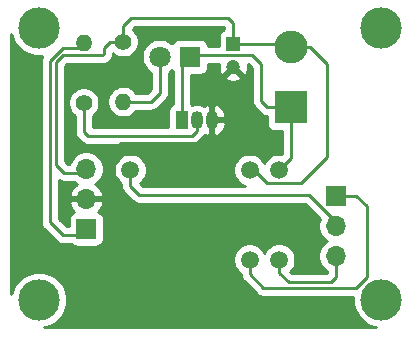
<source format=gbr>
%TF.GenerationSoftware,KiCad,Pcbnew,(5.1.12)-1*%
%TF.CreationDate,2023-08-26T19:42:54+05:30*%
%TF.ProjectId,SINGLE CHANNEL RELAY MODULE,53494e47-4c45-4204-9348-414e4e454c20,rev?*%
%TF.SameCoordinates,Original*%
%TF.FileFunction,Copper,L2,Bot*%
%TF.FilePolarity,Positive*%
%FSLAX46Y46*%
G04 Gerber Fmt 4.6, Leading zero omitted, Abs format (unit mm)*
G04 Created by KiCad (PCBNEW (5.1.12)-1) date 2023-08-26 19:42:54*
%MOMM*%
%LPD*%
G01*
G04 APERTURE LIST*
%TA.AperFunction,ComponentPad*%
%ADD10O,2.800000X2.800000*%
%TD*%
%TA.AperFunction,ComponentPad*%
%ADD11R,2.800000X2.800000*%
%TD*%
%TA.AperFunction,ComponentPad*%
%ADD12C,1.200000*%
%TD*%
%TA.AperFunction,ComponentPad*%
%ADD13R,1.200000X1.200000*%
%TD*%
%TA.AperFunction,ComponentPad*%
%ADD14O,1.400000X1.400000*%
%TD*%
%TA.AperFunction,ComponentPad*%
%ADD15C,1.400000*%
%TD*%
%TA.AperFunction,ComponentPad*%
%ADD16R,1.050000X1.500000*%
%TD*%
%TA.AperFunction,ComponentPad*%
%ADD17O,1.050000X1.500000*%
%TD*%
%TA.AperFunction,ComponentPad*%
%ADD18C,1.508000*%
%TD*%
%TA.AperFunction,ComponentPad*%
%ADD19O,1.700000X1.700000*%
%TD*%
%TA.AperFunction,ComponentPad*%
%ADD20R,1.700000X1.700000*%
%TD*%
%TA.AperFunction,ComponentPad*%
%ADD21C,1.800000*%
%TD*%
%TA.AperFunction,ComponentPad*%
%ADD22R,1.800000X1.800000*%
%TD*%
%TA.AperFunction,ViaPad*%
%ADD23C,3.500000*%
%TD*%
%TA.AperFunction,Conductor*%
%ADD24C,0.250000*%
%TD*%
%TA.AperFunction,Conductor*%
%ADD25C,0.254000*%
%TD*%
%TA.AperFunction,Conductor*%
%ADD26C,0.100000*%
%TD*%
G04 APERTURE END LIST*
D10*
%TO.P,D2,2*%
%TO.N,VCC*%
X162320000Y-77620000D03*
D11*
%TO.P,D2,1*%
%TO.N,Net-(D1-Pad1)*%
X162320000Y-82700000D03*
%TD*%
D12*
%TO.P,C1,2*%
%TO.N,Earth*%
X157460000Y-79310000D03*
D13*
%TO.P,C1,1*%
%TO.N,VCC*%
X157460000Y-77310000D03*
%TD*%
D14*
%TO.P,R2,2*%
%TO.N,Net-(J1-Pad1)*%
X144790000Y-77240000D03*
D15*
%TO.P,R2,1*%
%TO.N,Net-(Q1-Pad2)*%
X144790000Y-82320000D03*
%TD*%
D14*
%TO.P,R1,2*%
%TO.N,Net-(D1-Pad2)*%
X148130000Y-82220000D03*
D15*
%TO.P,R1,1*%
%TO.N,VCC*%
X148130000Y-77140000D03*
%TD*%
D16*
%TO.P,Q1,1*%
%TO.N,Net-(D1-Pad1)*%
X153100000Y-83770000D03*
D17*
%TO.P,Q1,3*%
%TO.N,Earth*%
X155640000Y-83770000D03*
%TO.P,Q1,2*%
%TO.N,Net-(Q1-Pad2)*%
X154370000Y-83770000D03*
%TD*%
D18*
%TO.P,K1,12*%
%TO.N,Net-(J2-Pad3)*%
X161330000Y-95610000D03*
%TO.P,K1,14*%
%TO.N,Net-(J2-Pad1)*%
X158830000Y-95610000D03*
%TO.P,K1,A1*%
%TO.N,Net-(D1-Pad1)*%
X161330000Y-88010000D03*
%TO.P,K1,A2*%
%TO.N,VCC*%
X158830000Y-88010000D03*
%TO.P,K1,11*%
%TO.N,Net-(J2-Pad2)*%
X148730000Y-88010000D03*
%TD*%
D19*
%TO.P,J2,3*%
%TO.N,Net-(J2-Pad3)*%
X166150000Y-95280000D03*
%TO.P,J2,2*%
%TO.N,Net-(J2-Pad2)*%
X166150000Y-92740000D03*
D20*
%TO.P,J2,1*%
%TO.N,Net-(J2-Pad1)*%
X166150000Y-90200000D03*
%TD*%
D19*
%TO.P,J1,3*%
%TO.N,VCC*%
X145000000Y-87920000D03*
%TO.P,J1,2*%
%TO.N,Earth*%
X145000000Y-90460000D03*
D20*
%TO.P,J1,1*%
%TO.N,Net-(J1-Pad1)*%
X145000000Y-93000000D03*
%TD*%
D21*
%TO.P,D1,2*%
%TO.N,Net-(D1-Pad2)*%
X151230000Y-78420000D03*
D22*
%TO.P,D1,1*%
%TO.N,Net-(D1-Pad1)*%
X153770000Y-78420000D03*
%TD*%
D23*
%TO.N,*%
X141000000Y-76000000D03*
X170000000Y-76000000D03*
X141000000Y-99000000D03*
X170000000Y-99000000D03*
%TD*%
D24*
%TO.N,Earth*%
X145000000Y-90460000D02*
X146240000Y-90460000D01*
X146240000Y-90460000D02*
X147210000Y-89490000D01*
X147210000Y-86430000D02*
X147950000Y-85690000D01*
X147210000Y-89490000D02*
X147210000Y-86430000D01*
X147950000Y-85690000D02*
X155300000Y-85690000D01*
X155640000Y-85350000D02*
X155640000Y-83770000D01*
X155300000Y-85690000D02*
X155640000Y-85350000D01*
%TO.N,VCC*%
X162010000Y-77310000D02*
X162320000Y-77620000D01*
X157460000Y-77310000D02*
X162010000Y-77310000D01*
X148130000Y-77140000D02*
X148130000Y-75830000D01*
X148130000Y-75830000D02*
X148780000Y-75180000D01*
X148780000Y-75180000D02*
X157040000Y-75180000D01*
X157460000Y-75600000D02*
X157460000Y-77310000D01*
X157040000Y-75180000D02*
X157460000Y-75600000D01*
X163970000Y-77620000D02*
X162320000Y-77620000D01*
X165360000Y-86950000D02*
X165360000Y-79010000D01*
X163160000Y-89150000D02*
X165360000Y-86950000D01*
X160330000Y-89150000D02*
X163160000Y-89150000D01*
X165360000Y-79010000D02*
X163970000Y-77620000D01*
X159190000Y-88010000D02*
X160330000Y-89150000D01*
X158830000Y-88010000D02*
X159190000Y-88010000D01*
X144680000Y-88240000D02*
X145000000Y-87920000D01*
X143130000Y-88240000D02*
X144680000Y-88240000D01*
X142470000Y-87580000D02*
X143130000Y-88240000D01*
X142470000Y-78900000D02*
X142470000Y-87580000D01*
X146370000Y-78310000D02*
X143060000Y-78310000D01*
X143060000Y-78310000D02*
X142470000Y-78900000D01*
X146480000Y-78200000D02*
X146370000Y-78310000D01*
X146480000Y-77640000D02*
X146480000Y-78200000D01*
X146980000Y-77140000D02*
X146480000Y-77640000D01*
X148130000Y-77140000D02*
X146980000Y-77140000D01*
%TO.N,Net-(D1-Pad2)*%
X151080000Y-78270000D02*
X151230000Y-78420000D01*
X148130000Y-82220000D02*
X150500000Y-82220000D01*
X151230000Y-81490000D02*
X151230000Y-78420000D01*
X150500000Y-82220000D02*
X151230000Y-81490000D01*
%TO.N,Net-(D1-Pad1)*%
X153100000Y-79090000D02*
X153770000Y-78420000D01*
X153100000Y-83770000D02*
X153100000Y-79090000D01*
X159035001Y-78235001D02*
X153954999Y-78235001D01*
X159820000Y-79020000D02*
X159035001Y-78235001D01*
X159820000Y-82170000D02*
X159820000Y-79020000D01*
X160350000Y-82700000D02*
X159820000Y-82170000D01*
X153954999Y-78235001D02*
X153770000Y-78420000D01*
X162320000Y-82700000D02*
X160350000Y-82700000D01*
X162320000Y-87020000D02*
X162320000Y-82700000D01*
X161330000Y-88010000D02*
X162320000Y-87020000D01*
%TO.N,Net-(J1-Pad1)*%
X144450000Y-93550000D02*
X145000000Y-93000000D01*
X143030000Y-93550000D02*
X144450000Y-93550000D01*
X141920000Y-92440000D02*
X143030000Y-93550000D01*
X141920000Y-78810000D02*
X141920000Y-92440000D01*
X143050000Y-77680000D02*
X141920000Y-78810000D01*
X144350000Y-77680000D02*
X143050000Y-77680000D01*
X144790000Y-77240000D02*
X144350000Y-77680000D01*
%TO.N,Net-(J2-Pad3)*%
X161330000Y-95610000D02*
X161330000Y-96730000D01*
X161330000Y-96730000D02*
X162130000Y-97530000D01*
X162130000Y-97530000D02*
X165700000Y-97530000D01*
X166150000Y-97080000D02*
X166150000Y-95280000D01*
X165700000Y-97530000D02*
X166150000Y-97080000D01*
%TO.N,Net-(J2-Pad2)*%
X166150000Y-92390000D02*
X166150000Y-92740000D01*
X163870000Y-90110000D02*
X166150000Y-92390000D01*
X149480000Y-90110000D02*
X163870000Y-90110000D01*
X148730000Y-89360000D02*
X149480000Y-90110000D01*
X148730000Y-88010000D02*
X148730000Y-89360000D01*
%TO.N,Net-(J2-Pad1)*%
X158830000Y-95610000D02*
X158830000Y-96850000D01*
X159983999Y-98003999D02*
X167836001Y-98003999D01*
X158830000Y-96850000D02*
X159983999Y-98003999D01*
X167836001Y-98003999D02*
X168750000Y-97090000D01*
X168750000Y-97090000D02*
X168750000Y-91080000D01*
X167870000Y-90200000D02*
X166150000Y-90200000D01*
X168750000Y-91080000D02*
X167870000Y-90200000D01*
%TO.N,Net-(Q1-Pad2)*%
X154370000Y-84360002D02*
X154370000Y-83770000D01*
X145120000Y-85120000D02*
X144790000Y-84790000D01*
X153920000Y-85120000D02*
X145120000Y-85120000D01*
X154370000Y-84670000D02*
X153920000Y-85120000D01*
X144790000Y-84790000D02*
X144790000Y-82320000D01*
X154370000Y-83770000D02*
X154370000Y-84670000D01*
%TD*%
D25*
%TO.N,Earth*%
X156700000Y-76094962D02*
X156615820Y-76120498D01*
X156505506Y-76179463D01*
X156408815Y-76258815D01*
X156329463Y-76355506D01*
X156270498Y-76465820D01*
X156234188Y-76585518D01*
X156221928Y-76710000D01*
X156221928Y-77475001D01*
X155303640Y-77475001D01*
X155295812Y-77395518D01*
X155259502Y-77275820D01*
X155200537Y-77165506D01*
X155121185Y-77068815D01*
X155024494Y-76989463D01*
X154914180Y-76930498D01*
X154794482Y-76894188D01*
X154670000Y-76881928D01*
X152870000Y-76881928D01*
X152745518Y-76894188D01*
X152625820Y-76930498D01*
X152515506Y-76989463D01*
X152418815Y-77068815D01*
X152339463Y-77165506D01*
X152280498Y-77275820D01*
X152274944Y-77294127D01*
X152208505Y-77227688D01*
X151957095Y-77059701D01*
X151677743Y-76943989D01*
X151381184Y-76885000D01*
X151078816Y-76885000D01*
X150782257Y-76943989D01*
X150502905Y-77059701D01*
X150251495Y-77227688D01*
X150037688Y-77441495D01*
X149869701Y-77692905D01*
X149753989Y-77972257D01*
X149695000Y-78268816D01*
X149695000Y-78571184D01*
X149753989Y-78867743D01*
X149869701Y-79147095D01*
X150037688Y-79398505D01*
X150251495Y-79612312D01*
X150470001Y-79758313D01*
X150470000Y-81175198D01*
X150185199Y-81460000D01*
X149227775Y-81460000D01*
X149166962Y-81368987D01*
X148981013Y-81183038D01*
X148762359Y-81036939D01*
X148519405Y-80936304D01*
X148261486Y-80885000D01*
X147998514Y-80885000D01*
X147740595Y-80936304D01*
X147497641Y-81036939D01*
X147278987Y-81183038D01*
X147093038Y-81368987D01*
X146946939Y-81587641D01*
X146846304Y-81830595D01*
X146795000Y-82088514D01*
X146795000Y-82351486D01*
X146846304Y-82609405D01*
X146946939Y-82852359D01*
X147093038Y-83071013D01*
X147278987Y-83256962D01*
X147497641Y-83403061D01*
X147740595Y-83503696D01*
X147998514Y-83555000D01*
X148261486Y-83555000D01*
X148519405Y-83503696D01*
X148762359Y-83403061D01*
X148981013Y-83256962D01*
X149166962Y-83071013D01*
X149227775Y-82980000D01*
X150462678Y-82980000D01*
X150500000Y-82983676D01*
X150537322Y-82980000D01*
X150537333Y-82980000D01*
X150648986Y-82969003D01*
X150792247Y-82925546D01*
X150924276Y-82854974D01*
X151040001Y-82760001D01*
X151063803Y-82730998D01*
X151741004Y-82053798D01*
X151770001Y-82030001D01*
X151846881Y-81936323D01*
X151864974Y-81914277D01*
X151935546Y-81782247D01*
X151957765Y-81708998D01*
X151979003Y-81638986D01*
X151990000Y-81527333D01*
X151990000Y-81527323D01*
X151993676Y-81490000D01*
X151990000Y-81452677D01*
X151990000Y-79758313D01*
X152208505Y-79612312D01*
X152274944Y-79545873D01*
X152280498Y-79564180D01*
X152339463Y-79674494D01*
X152340001Y-79675149D01*
X152340000Y-82427713D01*
X152330820Y-82430498D01*
X152220506Y-82489463D01*
X152123815Y-82568815D01*
X152044463Y-82665506D01*
X151985498Y-82775820D01*
X151949188Y-82895518D01*
X151936928Y-83020000D01*
X151936928Y-84360000D01*
X145550000Y-84360000D01*
X145550000Y-83417775D01*
X145641013Y-83356962D01*
X145826962Y-83171013D01*
X145973061Y-82952359D01*
X146073696Y-82709405D01*
X146125000Y-82451486D01*
X146125000Y-82188514D01*
X146073696Y-81930595D01*
X145973061Y-81687641D01*
X145826962Y-81468987D01*
X145641013Y-81283038D01*
X145422359Y-81136939D01*
X145179405Y-81036304D01*
X144921486Y-80985000D01*
X144658514Y-80985000D01*
X144400595Y-81036304D01*
X144157641Y-81136939D01*
X143938987Y-81283038D01*
X143753038Y-81468987D01*
X143606939Y-81687641D01*
X143506304Y-81930595D01*
X143455000Y-82188514D01*
X143455000Y-82451486D01*
X143506304Y-82709405D01*
X143606939Y-82952359D01*
X143753038Y-83171013D01*
X143938987Y-83356962D01*
X144030001Y-83417775D01*
X144030000Y-84752677D01*
X144026324Y-84790000D01*
X144030000Y-84827322D01*
X144030000Y-84827332D01*
X144040997Y-84938985D01*
X144079389Y-85065548D01*
X144084454Y-85082246D01*
X144155026Y-85214276D01*
X144194871Y-85262826D01*
X144249999Y-85330001D01*
X144279002Y-85353803D01*
X144556200Y-85631002D01*
X144579999Y-85660001D01*
X144695724Y-85754974D01*
X144827753Y-85825546D01*
X144971014Y-85869003D01*
X145082667Y-85880000D01*
X145082676Y-85880000D01*
X145119999Y-85883676D01*
X145157322Y-85880000D01*
X153882678Y-85880000D01*
X153920000Y-85883676D01*
X153957322Y-85880000D01*
X153957333Y-85880000D01*
X154068986Y-85869003D01*
X154212247Y-85825546D01*
X154344276Y-85754974D01*
X154460001Y-85660001D01*
X154483804Y-85630997D01*
X154880997Y-85233804D01*
X154910001Y-85210001D01*
X154983864Y-85119999D01*
X155004974Y-85094277D01*
X155052722Y-85004947D01*
X155063118Y-85012275D01*
X155272663Y-85105272D01*
X155334190Y-85113964D01*
X155513000Y-84988163D01*
X155513000Y-84223108D01*
X155513215Y-84222399D01*
X155530000Y-84051978D01*
X155530000Y-83897000D01*
X155767000Y-83897000D01*
X155767000Y-84988163D01*
X155945810Y-85113964D01*
X156007337Y-85105272D01*
X156216882Y-85012275D01*
X156404258Y-84880184D01*
X156562264Y-84714076D01*
X156684828Y-84520334D01*
X156767239Y-84306404D01*
X156806331Y-84080507D01*
X156646598Y-83897000D01*
X155767000Y-83897000D01*
X155530000Y-83897000D01*
X155530000Y-83488021D01*
X155513215Y-83317600D01*
X155513000Y-83316891D01*
X155513000Y-82551837D01*
X155767000Y-82551837D01*
X155767000Y-83643000D01*
X156646598Y-83643000D01*
X156806331Y-83459493D01*
X156767239Y-83233596D01*
X156684828Y-83019666D01*
X156562264Y-82825924D01*
X156404258Y-82659816D01*
X156216882Y-82527725D01*
X156007337Y-82434728D01*
X155945810Y-82426036D01*
X155767000Y-82551837D01*
X155513000Y-82551837D01*
X155334190Y-82426036D01*
X155272663Y-82434728D01*
X155063118Y-82527725D01*
X155004669Y-82568929D01*
X154816059Y-82468115D01*
X154597399Y-82401785D01*
X154370000Y-82379388D01*
X154142600Y-82401785D01*
X153933902Y-82465093D01*
X153869180Y-82430498D01*
X153860000Y-82427713D01*
X153860000Y-80159764D01*
X156789841Y-80159764D01*
X156837148Y-80383348D01*
X157058516Y-80484237D01*
X157295313Y-80540000D01*
X157538438Y-80548495D01*
X157778549Y-80509395D01*
X158006418Y-80424202D01*
X158082852Y-80383348D01*
X158130159Y-80159764D01*
X157460000Y-79489605D01*
X156789841Y-80159764D01*
X153860000Y-80159764D01*
X153860000Y-79958072D01*
X154670000Y-79958072D01*
X154794482Y-79945812D01*
X154914180Y-79909502D01*
X155024494Y-79850537D01*
X155121185Y-79771185D01*
X155200537Y-79674494D01*
X155259502Y-79564180D01*
X155295812Y-79444482D01*
X155308072Y-79320000D01*
X155308072Y-78995001D01*
X156265397Y-78995001D01*
X156230000Y-79145313D01*
X156221505Y-79388438D01*
X156260605Y-79628549D01*
X156345798Y-79856418D01*
X156386652Y-79932852D01*
X156610236Y-79980159D01*
X157280395Y-79310000D01*
X157266253Y-79295858D01*
X157445858Y-79116253D01*
X157460000Y-79130395D01*
X157474143Y-79116253D01*
X157653748Y-79295858D01*
X157639605Y-79310000D01*
X158309764Y-79980159D01*
X158533348Y-79932852D01*
X158634237Y-79711484D01*
X158690000Y-79474687D01*
X158698495Y-79231562D01*
X158659973Y-78995001D01*
X158720200Y-78995001D01*
X159060001Y-79334803D01*
X159060000Y-82132677D01*
X159056324Y-82170000D01*
X159060000Y-82207322D01*
X159060000Y-82207332D01*
X159070997Y-82318985D01*
X159096114Y-82401785D01*
X159114454Y-82462246D01*
X159185026Y-82594276D01*
X159224871Y-82642826D01*
X159279999Y-82710001D01*
X159309002Y-82733803D01*
X159786200Y-83211002D01*
X159809999Y-83240001D01*
X159925724Y-83334974D01*
X160057753Y-83405546D01*
X160201014Y-83449003D01*
X160281928Y-83456972D01*
X160281928Y-84100000D01*
X160294188Y-84224482D01*
X160330498Y-84344180D01*
X160389463Y-84454494D01*
X160468815Y-84551185D01*
X160565506Y-84630537D01*
X160675820Y-84689502D01*
X160795518Y-84725812D01*
X160920000Y-84738072D01*
X161560001Y-84738072D01*
X161560000Y-86639538D01*
X161466805Y-86621000D01*
X161193195Y-86621000D01*
X160924844Y-86674378D01*
X160672062Y-86779084D01*
X160444564Y-86931093D01*
X160251093Y-87124564D01*
X160099084Y-87352062D01*
X160080000Y-87398135D01*
X160060916Y-87352062D01*
X159908907Y-87124564D01*
X159715436Y-86931093D01*
X159487938Y-86779084D01*
X159235156Y-86674378D01*
X158966805Y-86621000D01*
X158693195Y-86621000D01*
X158424844Y-86674378D01*
X158172062Y-86779084D01*
X157944564Y-86931093D01*
X157751093Y-87124564D01*
X157599084Y-87352062D01*
X157494378Y-87604844D01*
X157441000Y-87873195D01*
X157441000Y-88146805D01*
X157494378Y-88415156D01*
X157599084Y-88667938D01*
X157751093Y-88895436D01*
X157944564Y-89088907D01*
X158172062Y-89240916D01*
X158424844Y-89345622D01*
X158446854Y-89350000D01*
X149794802Y-89350000D01*
X149566444Y-89121642D01*
X149615436Y-89088907D01*
X149808907Y-88895436D01*
X149960916Y-88667938D01*
X150065622Y-88415156D01*
X150119000Y-88146805D01*
X150119000Y-87873195D01*
X150065622Y-87604844D01*
X149960916Y-87352062D01*
X149808907Y-87124564D01*
X149615436Y-86931093D01*
X149387938Y-86779084D01*
X149135156Y-86674378D01*
X148866805Y-86621000D01*
X148593195Y-86621000D01*
X148324844Y-86674378D01*
X148072062Y-86779084D01*
X147844564Y-86931093D01*
X147651093Y-87124564D01*
X147499084Y-87352062D01*
X147394378Y-87604844D01*
X147341000Y-87873195D01*
X147341000Y-88146805D01*
X147394378Y-88415156D01*
X147499084Y-88667938D01*
X147651093Y-88895436D01*
X147844564Y-89088907D01*
X147970001Y-89172721D01*
X147970001Y-89322668D01*
X147966324Y-89360000D01*
X147980998Y-89508985D01*
X148024454Y-89652246D01*
X148095026Y-89784276D01*
X148166201Y-89871002D01*
X148190000Y-89900001D01*
X148218998Y-89923799D01*
X148916201Y-90621002D01*
X148939999Y-90650001D01*
X149055724Y-90744974D01*
X149187753Y-90815546D01*
X149331014Y-90859003D01*
X149442667Y-90870000D01*
X149442676Y-90870000D01*
X149479999Y-90873676D01*
X149517322Y-90870000D01*
X163555199Y-90870000D01*
X164801141Y-92115942D01*
X164722068Y-92306842D01*
X164665000Y-92593740D01*
X164665000Y-92886260D01*
X164722068Y-93173158D01*
X164834010Y-93443411D01*
X164996525Y-93686632D01*
X165203368Y-93893475D01*
X165377760Y-94010000D01*
X165203368Y-94126525D01*
X164996525Y-94333368D01*
X164834010Y-94576589D01*
X164722068Y-94846842D01*
X164665000Y-95133740D01*
X164665000Y-95426260D01*
X164722068Y-95713158D01*
X164834010Y-95983411D01*
X164996525Y-96226632D01*
X165203368Y-96433475D01*
X165390000Y-96558179D01*
X165390000Y-96765199D01*
X165385199Y-96770000D01*
X162444802Y-96770000D01*
X162289572Y-96614771D01*
X162408907Y-96495436D01*
X162560916Y-96267938D01*
X162665622Y-96015156D01*
X162719000Y-95746805D01*
X162719000Y-95473195D01*
X162665622Y-95204844D01*
X162560916Y-94952062D01*
X162408907Y-94724564D01*
X162215436Y-94531093D01*
X161987938Y-94379084D01*
X161735156Y-94274378D01*
X161466805Y-94221000D01*
X161193195Y-94221000D01*
X160924844Y-94274378D01*
X160672062Y-94379084D01*
X160444564Y-94531093D01*
X160251093Y-94724564D01*
X160099084Y-94952062D01*
X160080000Y-94998135D01*
X160060916Y-94952062D01*
X159908907Y-94724564D01*
X159715436Y-94531093D01*
X159487938Y-94379084D01*
X159235156Y-94274378D01*
X158966805Y-94221000D01*
X158693195Y-94221000D01*
X158424844Y-94274378D01*
X158172062Y-94379084D01*
X157944564Y-94531093D01*
X157751093Y-94724564D01*
X157599084Y-94952062D01*
X157494378Y-95204844D01*
X157441000Y-95473195D01*
X157441000Y-95746805D01*
X157494378Y-96015156D01*
X157599084Y-96267938D01*
X157751093Y-96495436D01*
X157944564Y-96688907D01*
X158070001Y-96772721D01*
X158070001Y-96812668D01*
X158066324Y-96850000D01*
X158070001Y-96887333D01*
X158080998Y-96998986D01*
X158088054Y-97022246D01*
X158124454Y-97142246D01*
X158195026Y-97274276D01*
X158266201Y-97361002D01*
X158290000Y-97390001D01*
X158318998Y-97413799D01*
X159420200Y-98515002D01*
X159443998Y-98544000D01*
X159472996Y-98567798D01*
X159559722Y-98638973D01*
X159691752Y-98709545D01*
X159835013Y-98753002D01*
X159946666Y-98763999D01*
X159946675Y-98763999D01*
X159983998Y-98767675D01*
X160021321Y-98763999D01*
X167615219Y-98763999D01*
X167615000Y-98765098D01*
X167615000Y-99234902D01*
X167706654Y-99695679D01*
X167886440Y-100129721D01*
X168147450Y-100520349D01*
X168479651Y-100852550D01*
X168870279Y-101113560D01*
X169304321Y-101293346D01*
X169538867Y-101340000D01*
X141461133Y-101340000D01*
X141695679Y-101293346D01*
X142129721Y-101113560D01*
X142520349Y-100852550D01*
X142852550Y-100520349D01*
X143113560Y-100129721D01*
X143293346Y-99695679D01*
X143385000Y-99234902D01*
X143385000Y-98765098D01*
X143293346Y-98304321D01*
X143113560Y-97870279D01*
X142852550Y-97479651D01*
X142520349Y-97147450D01*
X142129721Y-96886440D01*
X141695679Y-96706654D01*
X141234902Y-96615000D01*
X140765098Y-96615000D01*
X140304321Y-96706654D01*
X139870279Y-96886440D01*
X139479651Y-97147450D01*
X139147450Y-97479651D01*
X138886440Y-97870279D01*
X138706654Y-98304321D01*
X138660000Y-98538867D01*
X138660000Y-76461133D01*
X138706654Y-76695679D01*
X138886440Y-77129721D01*
X139147450Y-77520349D01*
X139479651Y-77852550D01*
X139870279Y-78113560D01*
X140304321Y-78293346D01*
X140765098Y-78385000D01*
X141234902Y-78385000D01*
X141295515Y-78372943D01*
X141285026Y-78385724D01*
X141228088Y-78492247D01*
X141214454Y-78517754D01*
X141170997Y-78661015D01*
X141160000Y-78772668D01*
X141160000Y-78772678D01*
X141156324Y-78810000D01*
X141160000Y-78847322D01*
X141160001Y-92402668D01*
X141156324Y-92440000D01*
X141170998Y-92588985D01*
X141214454Y-92732246D01*
X141285026Y-92864276D01*
X141326676Y-92915026D01*
X141380000Y-92980001D01*
X141408998Y-93003799D01*
X142466201Y-94061003D01*
X142489999Y-94090001D01*
X142518997Y-94113799D01*
X142605723Y-94184974D01*
X142680606Y-94225000D01*
X142737753Y-94255546D01*
X142881014Y-94299003D01*
X142992667Y-94310000D01*
X142992676Y-94310000D01*
X143029999Y-94313676D01*
X143067322Y-94310000D01*
X143709556Y-94310000D01*
X143795506Y-94380537D01*
X143905820Y-94439502D01*
X144025518Y-94475812D01*
X144150000Y-94488072D01*
X145850000Y-94488072D01*
X145974482Y-94475812D01*
X146094180Y-94439502D01*
X146204494Y-94380537D01*
X146301185Y-94301185D01*
X146380537Y-94204494D01*
X146439502Y-94094180D01*
X146475812Y-93974482D01*
X146488072Y-93850000D01*
X146488072Y-92150000D01*
X146475812Y-92025518D01*
X146439502Y-91905820D01*
X146380537Y-91795506D01*
X146301185Y-91698815D01*
X146204494Y-91619463D01*
X146094180Y-91560498D01*
X146013534Y-91536034D01*
X146097588Y-91460269D01*
X146271641Y-91226920D01*
X146396825Y-90964099D01*
X146441476Y-90816890D01*
X146320155Y-90587000D01*
X145127000Y-90587000D01*
X145127000Y-90607000D01*
X144873000Y-90607000D01*
X144873000Y-90587000D01*
X143679845Y-90587000D01*
X143558524Y-90816890D01*
X143603175Y-90964099D01*
X143728359Y-91226920D01*
X143902412Y-91460269D01*
X143986466Y-91536034D01*
X143905820Y-91560498D01*
X143795506Y-91619463D01*
X143698815Y-91698815D01*
X143619463Y-91795506D01*
X143560498Y-91905820D01*
X143524188Y-92025518D01*
X143511928Y-92150000D01*
X143511928Y-92790000D01*
X143344802Y-92790000D01*
X142680000Y-92125199D01*
X142680000Y-88853863D01*
X142705723Y-88874974D01*
X142837753Y-88945546D01*
X142981014Y-88989003D01*
X143092667Y-89000000D01*
X143092677Y-89000000D01*
X143130000Y-89003676D01*
X143167323Y-89000000D01*
X143979893Y-89000000D01*
X144053368Y-89073475D01*
X144235534Y-89195195D01*
X144118645Y-89264822D01*
X143902412Y-89459731D01*
X143728359Y-89693080D01*
X143603175Y-89955901D01*
X143558524Y-90103110D01*
X143679845Y-90333000D01*
X144873000Y-90333000D01*
X144873000Y-90313000D01*
X145127000Y-90313000D01*
X145127000Y-90333000D01*
X146320155Y-90333000D01*
X146441476Y-90103110D01*
X146396825Y-89955901D01*
X146271641Y-89693080D01*
X146097588Y-89459731D01*
X145881355Y-89264822D01*
X145764466Y-89195195D01*
X145946632Y-89073475D01*
X146153475Y-88866632D01*
X146315990Y-88623411D01*
X146427932Y-88353158D01*
X146485000Y-88066260D01*
X146485000Y-87773740D01*
X146427932Y-87486842D01*
X146315990Y-87216589D01*
X146153475Y-86973368D01*
X145946632Y-86766525D01*
X145703411Y-86604010D01*
X145433158Y-86492068D01*
X145146260Y-86435000D01*
X144853740Y-86435000D01*
X144566842Y-86492068D01*
X144296589Y-86604010D01*
X144053368Y-86766525D01*
X143846525Y-86973368D01*
X143684010Y-87216589D01*
X143574902Y-87480000D01*
X143444802Y-87480000D01*
X143230000Y-87265199D01*
X143230000Y-79214801D01*
X143374802Y-79070000D01*
X146332678Y-79070000D01*
X146370000Y-79073676D01*
X146407322Y-79070000D01*
X146407333Y-79070000D01*
X146518986Y-79059003D01*
X146662247Y-79015546D01*
X146794276Y-78944974D01*
X146910001Y-78850001D01*
X146933802Y-78820999D01*
X146991001Y-78763801D01*
X147020001Y-78740001D01*
X147114974Y-78624276D01*
X147185546Y-78492247D01*
X147229003Y-78348986D01*
X147240000Y-78237333D01*
X147240000Y-78237323D01*
X147243676Y-78200001D01*
X147240000Y-78162678D01*
X147240000Y-78137975D01*
X147278987Y-78176962D01*
X147497641Y-78323061D01*
X147740595Y-78423696D01*
X147998514Y-78475000D01*
X148261486Y-78475000D01*
X148519405Y-78423696D01*
X148762359Y-78323061D01*
X148981013Y-78176962D01*
X149166962Y-77991013D01*
X149313061Y-77772359D01*
X149413696Y-77529405D01*
X149465000Y-77271486D01*
X149465000Y-77008514D01*
X149413696Y-76750595D01*
X149313061Y-76507641D01*
X149166962Y-76288987D01*
X148981013Y-76103038D01*
X148951490Y-76083311D01*
X149094802Y-75940000D01*
X156700000Y-75940000D01*
X156700000Y-76094962D01*
%TA.AperFunction,Conductor*%
D26*
G36*
X156700000Y-76094962D02*
G01*
X156615820Y-76120498D01*
X156505506Y-76179463D01*
X156408815Y-76258815D01*
X156329463Y-76355506D01*
X156270498Y-76465820D01*
X156234188Y-76585518D01*
X156221928Y-76710000D01*
X156221928Y-77475001D01*
X155303640Y-77475001D01*
X155295812Y-77395518D01*
X155259502Y-77275820D01*
X155200537Y-77165506D01*
X155121185Y-77068815D01*
X155024494Y-76989463D01*
X154914180Y-76930498D01*
X154794482Y-76894188D01*
X154670000Y-76881928D01*
X152870000Y-76881928D01*
X152745518Y-76894188D01*
X152625820Y-76930498D01*
X152515506Y-76989463D01*
X152418815Y-77068815D01*
X152339463Y-77165506D01*
X152280498Y-77275820D01*
X152274944Y-77294127D01*
X152208505Y-77227688D01*
X151957095Y-77059701D01*
X151677743Y-76943989D01*
X151381184Y-76885000D01*
X151078816Y-76885000D01*
X150782257Y-76943989D01*
X150502905Y-77059701D01*
X150251495Y-77227688D01*
X150037688Y-77441495D01*
X149869701Y-77692905D01*
X149753989Y-77972257D01*
X149695000Y-78268816D01*
X149695000Y-78571184D01*
X149753989Y-78867743D01*
X149869701Y-79147095D01*
X150037688Y-79398505D01*
X150251495Y-79612312D01*
X150470001Y-79758313D01*
X150470000Y-81175198D01*
X150185199Y-81460000D01*
X149227775Y-81460000D01*
X149166962Y-81368987D01*
X148981013Y-81183038D01*
X148762359Y-81036939D01*
X148519405Y-80936304D01*
X148261486Y-80885000D01*
X147998514Y-80885000D01*
X147740595Y-80936304D01*
X147497641Y-81036939D01*
X147278987Y-81183038D01*
X147093038Y-81368987D01*
X146946939Y-81587641D01*
X146846304Y-81830595D01*
X146795000Y-82088514D01*
X146795000Y-82351486D01*
X146846304Y-82609405D01*
X146946939Y-82852359D01*
X147093038Y-83071013D01*
X147278987Y-83256962D01*
X147497641Y-83403061D01*
X147740595Y-83503696D01*
X147998514Y-83555000D01*
X148261486Y-83555000D01*
X148519405Y-83503696D01*
X148762359Y-83403061D01*
X148981013Y-83256962D01*
X149166962Y-83071013D01*
X149227775Y-82980000D01*
X150462678Y-82980000D01*
X150500000Y-82983676D01*
X150537322Y-82980000D01*
X150537333Y-82980000D01*
X150648986Y-82969003D01*
X150792247Y-82925546D01*
X150924276Y-82854974D01*
X151040001Y-82760001D01*
X151063803Y-82730998D01*
X151741004Y-82053798D01*
X151770001Y-82030001D01*
X151846881Y-81936323D01*
X151864974Y-81914277D01*
X151935546Y-81782247D01*
X151957765Y-81708998D01*
X151979003Y-81638986D01*
X151990000Y-81527333D01*
X151990000Y-81527323D01*
X151993676Y-81490000D01*
X151990000Y-81452677D01*
X151990000Y-79758313D01*
X152208505Y-79612312D01*
X152274944Y-79545873D01*
X152280498Y-79564180D01*
X152339463Y-79674494D01*
X152340001Y-79675149D01*
X152340000Y-82427713D01*
X152330820Y-82430498D01*
X152220506Y-82489463D01*
X152123815Y-82568815D01*
X152044463Y-82665506D01*
X151985498Y-82775820D01*
X151949188Y-82895518D01*
X151936928Y-83020000D01*
X151936928Y-84360000D01*
X145550000Y-84360000D01*
X145550000Y-83417775D01*
X145641013Y-83356962D01*
X145826962Y-83171013D01*
X145973061Y-82952359D01*
X146073696Y-82709405D01*
X146125000Y-82451486D01*
X146125000Y-82188514D01*
X146073696Y-81930595D01*
X145973061Y-81687641D01*
X145826962Y-81468987D01*
X145641013Y-81283038D01*
X145422359Y-81136939D01*
X145179405Y-81036304D01*
X144921486Y-80985000D01*
X144658514Y-80985000D01*
X144400595Y-81036304D01*
X144157641Y-81136939D01*
X143938987Y-81283038D01*
X143753038Y-81468987D01*
X143606939Y-81687641D01*
X143506304Y-81930595D01*
X143455000Y-82188514D01*
X143455000Y-82451486D01*
X143506304Y-82709405D01*
X143606939Y-82952359D01*
X143753038Y-83171013D01*
X143938987Y-83356962D01*
X144030001Y-83417775D01*
X144030000Y-84752677D01*
X144026324Y-84790000D01*
X144030000Y-84827322D01*
X144030000Y-84827332D01*
X144040997Y-84938985D01*
X144079389Y-85065548D01*
X144084454Y-85082246D01*
X144155026Y-85214276D01*
X144194871Y-85262826D01*
X144249999Y-85330001D01*
X144279002Y-85353803D01*
X144556200Y-85631002D01*
X144579999Y-85660001D01*
X144695724Y-85754974D01*
X144827753Y-85825546D01*
X144971014Y-85869003D01*
X145082667Y-85880000D01*
X145082676Y-85880000D01*
X145119999Y-85883676D01*
X145157322Y-85880000D01*
X153882678Y-85880000D01*
X153920000Y-85883676D01*
X153957322Y-85880000D01*
X153957333Y-85880000D01*
X154068986Y-85869003D01*
X154212247Y-85825546D01*
X154344276Y-85754974D01*
X154460001Y-85660001D01*
X154483804Y-85630997D01*
X154880997Y-85233804D01*
X154910001Y-85210001D01*
X154983864Y-85119999D01*
X155004974Y-85094277D01*
X155052722Y-85004947D01*
X155063118Y-85012275D01*
X155272663Y-85105272D01*
X155334190Y-85113964D01*
X155513000Y-84988163D01*
X155513000Y-84223108D01*
X155513215Y-84222399D01*
X155530000Y-84051978D01*
X155530000Y-83897000D01*
X155767000Y-83897000D01*
X155767000Y-84988163D01*
X155945810Y-85113964D01*
X156007337Y-85105272D01*
X156216882Y-85012275D01*
X156404258Y-84880184D01*
X156562264Y-84714076D01*
X156684828Y-84520334D01*
X156767239Y-84306404D01*
X156806331Y-84080507D01*
X156646598Y-83897000D01*
X155767000Y-83897000D01*
X155530000Y-83897000D01*
X155530000Y-83488021D01*
X155513215Y-83317600D01*
X155513000Y-83316891D01*
X155513000Y-82551837D01*
X155767000Y-82551837D01*
X155767000Y-83643000D01*
X156646598Y-83643000D01*
X156806331Y-83459493D01*
X156767239Y-83233596D01*
X156684828Y-83019666D01*
X156562264Y-82825924D01*
X156404258Y-82659816D01*
X156216882Y-82527725D01*
X156007337Y-82434728D01*
X155945810Y-82426036D01*
X155767000Y-82551837D01*
X155513000Y-82551837D01*
X155334190Y-82426036D01*
X155272663Y-82434728D01*
X155063118Y-82527725D01*
X155004669Y-82568929D01*
X154816059Y-82468115D01*
X154597399Y-82401785D01*
X154370000Y-82379388D01*
X154142600Y-82401785D01*
X153933902Y-82465093D01*
X153869180Y-82430498D01*
X153860000Y-82427713D01*
X153860000Y-80159764D01*
X156789841Y-80159764D01*
X156837148Y-80383348D01*
X157058516Y-80484237D01*
X157295313Y-80540000D01*
X157538438Y-80548495D01*
X157778549Y-80509395D01*
X158006418Y-80424202D01*
X158082852Y-80383348D01*
X158130159Y-80159764D01*
X157460000Y-79489605D01*
X156789841Y-80159764D01*
X153860000Y-80159764D01*
X153860000Y-79958072D01*
X154670000Y-79958072D01*
X154794482Y-79945812D01*
X154914180Y-79909502D01*
X155024494Y-79850537D01*
X155121185Y-79771185D01*
X155200537Y-79674494D01*
X155259502Y-79564180D01*
X155295812Y-79444482D01*
X155308072Y-79320000D01*
X155308072Y-78995001D01*
X156265397Y-78995001D01*
X156230000Y-79145313D01*
X156221505Y-79388438D01*
X156260605Y-79628549D01*
X156345798Y-79856418D01*
X156386652Y-79932852D01*
X156610236Y-79980159D01*
X157280395Y-79310000D01*
X157266253Y-79295858D01*
X157445858Y-79116253D01*
X157460000Y-79130395D01*
X157474143Y-79116253D01*
X157653748Y-79295858D01*
X157639605Y-79310000D01*
X158309764Y-79980159D01*
X158533348Y-79932852D01*
X158634237Y-79711484D01*
X158690000Y-79474687D01*
X158698495Y-79231562D01*
X158659973Y-78995001D01*
X158720200Y-78995001D01*
X159060001Y-79334803D01*
X159060000Y-82132677D01*
X159056324Y-82170000D01*
X159060000Y-82207322D01*
X159060000Y-82207332D01*
X159070997Y-82318985D01*
X159096114Y-82401785D01*
X159114454Y-82462246D01*
X159185026Y-82594276D01*
X159224871Y-82642826D01*
X159279999Y-82710001D01*
X159309002Y-82733803D01*
X159786200Y-83211002D01*
X159809999Y-83240001D01*
X159925724Y-83334974D01*
X160057753Y-83405546D01*
X160201014Y-83449003D01*
X160281928Y-83456972D01*
X160281928Y-84100000D01*
X160294188Y-84224482D01*
X160330498Y-84344180D01*
X160389463Y-84454494D01*
X160468815Y-84551185D01*
X160565506Y-84630537D01*
X160675820Y-84689502D01*
X160795518Y-84725812D01*
X160920000Y-84738072D01*
X161560001Y-84738072D01*
X161560000Y-86639538D01*
X161466805Y-86621000D01*
X161193195Y-86621000D01*
X160924844Y-86674378D01*
X160672062Y-86779084D01*
X160444564Y-86931093D01*
X160251093Y-87124564D01*
X160099084Y-87352062D01*
X160080000Y-87398135D01*
X160060916Y-87352062D01*
X159908907Y-87124564D01*
X159715436Y-86931093D01*
X159487938Y-86779084D01*
X159235156Y-86674378D01*
X158966805Y-86621000D01*
X158693195Y-86621000D01*
X158424844Y-86674378D01*
X158172062Y-86779084D01*
X157944564Y-86931093D01*
X157751093Y-87124564D01*
X157599084Y-87352062D01*
X157494378Y-87604844D01*
X157441000Y-87873195D01*
X157441000Y-88146805D01*
X157494378Y-88415156D01*
X157599084Y-88667938D01*
X157751093Y-88895436D01*
X157944564Y-89088907D01*
X158172062Y-89240916D01*
X158424844Y-89345622D01*
X158446854Y-89350000D01*
X149794802Y-89350000D01*
X149566444Y-89121642D01*
X149615436Y-89088907D01*
X149808907Y-88895436D01*
X149960916Y-88667938D01*
X150065622Y-88415156D01*
X150119000Y-88146805D01*
X150119000Y-87873195D01*
X150065622Y-87604844D01*
X149960916Y-87352062D01*
X149808907Y-87124564D01*
X149615436Y-86931093D01*
X149387938Y-86779084D01*
X149135156Y-86674378D01*
X148866805Y-86621000D01*
X148593195Y-86621000D01*
X148324844Y-86674378D01*
X148072062Y-86779084D01*
X147844564Y-86931093D01*
X147651093Y-87124564D01*
X147499084Y-87352062D01*
X147394378Y-87604844D01*
X147341000Y-87873195D01*
X147341000Y-88146805D01*
X147394378Y-88415156D01*
X147499084Y-88667938D01*
X147651093Y-88895436D01*
X147844564Y-89088907D01*
X147970001Y-89172721D01*
X147970001Y-89322668D01*
X147966324Y-89360000D01*
X147980998Y-89508985D01*
X148024454Y-89652246D01*
X148095026Y-89784276D01*
X148166201Y-89871002D01*
X148190000Y-89900001D01*
X148218998Y-89923799D01*
X148916201Y-90621002D01*
X148939999Y-90650001D01*
X149055724Y-90744974D01*
X149187753Y-90815546D01*
X149331014Y-90859003D01*
X149442667Y-90870000D01*
X149442676Y-90870000D01*
X149479999Y-90873676D01*
X149517322Y-90870000D01*
X163555199Y-90870000D01*
X164801141Y-92115942D01*
X164722068Y-92306842D01*
X164665000Y-92593740D01*
X164665000Y-92886260D01*
X164722068Y-93173158D01*
X164834010Y-93443411D01*
X164996525Y-93686632D01*
X165203368Y-93893475D01*
X165377760Y-94010000D01*
X165203368Y-94126525D01*
X164996525Y-94333368D01*
X164834010Y-94576589D01*
X164722068Y-94846842D01*
X164665000Y-95133740D01*
X164665000Y-95426260D01*
X164722068Y-95713158D01*
X164834010Y-95983411D01*
X164996525Y-96226632D01*
X165203368Y-96433475D01*
X165390000Y-96558179D01*
X165390000Y-96765199D01*
X165385199Y-96770000D01*
X162444802Y-96770000D01*
X162289572Y-96614771D01*
X162408907Y-96495436D01*
X162560916Y-96267938D01*
X162665622Y-96015156D01*
X162719000Y-95746805D01*
X162719000Y-95473195D01*
X162665622Y-95204844D01*
X162560916Y-94952062D01*
X162408907Y-94724564D01*
X162215436Y-94531093D01*
X161987938Y-94379084D01*
X161735156Y-94274378D01*
X161466805Y-94221000D01*
X161193195Y-94221000D01*
X160924844Y-94274378D01*
X160672062Y-94379084D01*
X160444564Y-94531093D01*
X160251093Y-94724564D01*
X160099084Y-94952062D01*
X160080000Y-94998135D01*
X160060916Y-94952062D01*
X159908907Y-94724564D01*
X159715436Y-94531093D01*
X159487938Y-94379084D01*
X159235156Y-94274378D01*
X158966805Y-94221000D01*
X158693195Y-94221000D01*
X158424844Y-94274378D01*
X158172062Y-94379084D01*
X157944564Y-94531093D01*
X157751093Y-94724564D01*
X157599084Y-94952062D01*
X157494378Y-95204844D01*
X157441000Y-95473195D01*
X157441000Y-95746805D01*
X157494378Y-96015156D01*
X157599084Y-96267938D01*
X157751093Y-96495436D01*
X157944564Y-96688907D01*
X158070001Y-96772721D01*
X158070001Y-96812668D01*
X158066324Y-96850000D01*
X158070001Y-96887333D01*
X158080998Y-96998986D01*
X158088054Y-97022246D01*
X158124454Y-97142246D01*
X158195026Y-97274276D01*
X158266201Y-97361002D01*
X158290000Y-97390001D01*
X158318998Y-97413799D01*
X159420200Y-98515002D01*
X159443998Y-98544000D01*
X159472996Y-98567798D01*
X159559722Y-98638973D01*
X159691752Y-98709545D01*
X159835013Y-98753002D01*
X159946666Y-98763999D01*
X159946675Y-98763999D01*
X159983998Y-98767675D01*
X160021321Y-98763999D01*
X167615219Y-98763999D01*
X167615000Y-98765098D01*
X167615000Y-99234902D01*
X167706654Y-99695679D01*
X167886440Y-100129721D01*
X168147450Y-100520349D01*
X168479651Y-100852550D01*
X168870279Y-101113560D01*
X169304321Y-101293346D01*
X169538867Y-101340000D01*
X141461133Y-101340000D01*
X141695679Y-101293346D01*
X142129721Y-101113560D01*
X142520349Y-100852550D01*
X142852550Y-100520349D01*
X143113560Y-100129721D01*
X143293346Y-99695679D01*
X143385000Y-99234902D01*
X143385000Y-98765098D01*
X143293346Y-98304321D01*
X143113560Y-97870279D01*
X142852550Y-97479651D01*
X142520349Y-97147450D01*
X142129721Y-96886440D01*
X141695679Y-96706654D01*
X141234902Y-96615000D01*
X140765098Y-96615000D01*
X140304321Y-96706654D01*
X139870279Y-96886440D01*
X139479651Y-97147450D01*
X139147450Y-97479651D01*
X138886440Y-97870279D01*
X138706654Y-98304321D01*
X138660000Y-98538867D01*
X138660000Y-76461133D01*
X138706654Y-76695679D01*
X138886440Y-77129721D01*
X139147450Y-77520349D01*
X139479651Y-77852550D01*
X139870279Y-78113560D01*
X140304321Y-78293346D01*
X140765098Y-78385000D01*
X141234902Y-78385000D01*
X141295515Y-78372943D01*
X141285026Y-78385724D01*
X141228088Y-78492247D01*
X141214454Y-78517754D01*
X141170997Y-78661015D01*
X141160000Y-78772668D01*
X141160000Y-78772678D01*
X141156324Y-78810000D01*
X141160000Y-78847322D01*
X141160001Y-92402668D01*
X141156324Y-92440000D01*
X141170998Y-92588985D01*
X141214454Y-92732246D01*
X141285026Y-92864276D01*
X141326676Y-92915026D01*
X141380000Y-92980001D01*
X141408998Y-93003799D01*
X142466201Y-94061003D01*
X142489999Y-94090001D01*
X142518997Y-94113799D01*
X142605723Y-94184974D01*
X142680606Y-94225000D01*
X142737753Y-94255546D01*
X142881014Y-94299003D01*
X142992667Y-94310000D01*
X142992676Y-94310000D01*
X143029999Y-94313676D01*
X143067322Y-94310000D01*
X143709556Y-94310000D01*
X143795506Y-94380537D01*
X143905820Y-94439502D01*
X144025518Y-94475812D01*
X144150000Y-94488072D01*
X145850000Y-94488072D01*
X145974482Y-94475812D01*
X146094180Y-94439502D01*
X146204494Y-94380537D01*
X146301185Y-94301185D01*
X146380537Y-94204494D01*
X146439502Y-94094180D01*
X146475812Y-93974482D01*
X146488072Y-93850000D01*
X146488072Y-92150000D01*
X146475812Y-92025518D01*
X146439502Y-91905820D01*
X146380537Y-91795506D01*
X146301185Y-91698815D01*
X146204494Y-91619463D01*
X146094180Y-91560498D01*
X146013534Y-91536034D01*
X146097588Y-91460269D01*
X146271641Y-91226920D01*
X146396825Y-90964099D01*
X146441476Y-90816890D01*
X146320155Y-90587000D01*
X145127000Y-90587000D01*
X145127000Y-90607000D01*
X144873000Y-90607000D01*
X144873000Y-90587000D01*
X143679845Y-90587000D01*
X143558524Y-90816890D01*
X143603175Y-90964099D01*
X143728359Y-91226920D01*
X143902412Y-91460269D01*
X143986466Y-91536034D01*
X143905820Y-91560498D01*
X143795506Y-91619463D01*
X143698815Y-91698815D01*
X143619463Y-91795506D01*
X143560498Y-91905820D01*
X143524188Y-92025518D01*
X143511928Y-92150000D01*
X143511928Y-92790000D01*
X143344802Y-92790000D01*
X142680000Y-92125199D01*
X142680000Y-88853863D01*
X142705723Y-88874974D01*
X142837753Y-88945546D01*
X142981014Y-88989003D01*
X143092667Y-89000000D01*
X143092677Y-89000000D01*
X143130000Y-89003676D01*
X143167323Y-89000000D01*
X143979893Y-89000000D01*
X144053368Y-89073475D01*
X144235534Y-89195195D01*
X144118645Y-89264822D01*
X143902412Y-89459731D01*
X143728359Y-89693080D01*
X143603175Y-89955901D01*
X143558524Y-90103110D01*
X143679845Y-90333000D01*
X144873000Y-90333000D01*
X144873000Y-90313000D01*
X145127000Y-90313000D01*
X145127000Y-90333000D01*
X146320155Y-90333000D01*
X146441476Y-90103110D01*
X146396825Y-89955901D01*
X146271641Y-89693080D01*
X146097588Y-89459731D01*
X145881355Y-89264822D01*
X145764466Y-89195195D01*
X145946632Y-89073475D01*
X146153475Y-88866632D01*
X146315990Y-88623411D01*
X146427932Y-88353158D01*
X146485000Y-88066260D01*
X146485000Y-87773740D01*
X146427932Y-87486842D01*
X146315990Y-87216589D01*
X146153475Y-86973368D01*
X145946632Y-86766525D01*
X145703411Y-86604010D01*
X145433158Y-86492068D01*
X145146260Y-86435000D01*
X144853740Y-86435000D01*
X144566842Y-86492068D01*
X144296589Y-86604010D01*
X144053368Y-86766525D01*
X143846525Y-86973368D01*
X143684010Y-87216589D01*
X143574902Y-87480000D01*
X143444802Y-87480000D01*
X143230000Y-87265199D01*
X143230000Y-79214801D01*
X143374802Y-79070000D01*
X146332678Y-79070000D01*
X146370000Y-79073676D01*
X146407322Y-79070000D01*
X146407333Y-79070000D01*
X146518986Y-79059003D01*
X146662247Y-79015546D01*
X146794276Y-78944974D01*
X146910001Y-78850001D01*
X146933802Y-78820999D01*
X146991001Y-78763801D01*
X147020001Y-78740001D01*
X147114974Y-78624276D01*
X147185546Y-78492247D01*
X147229003Y-78348986D01*
X147240000Y-78237333D01*
X147240000Y-78237323D01*
X147243676Y-78200001D01*
X147240000Y-78162678D01*
X147240000Y-78137975D01*
X147278987Y-78176962D01*
X147497641Y-78323061D01*
X147740595Y-78423696D01*
X147998514Y-78475000D01*
X148261486Y-78475000D01*
X148519405Y-78423696D01*
X148762359Y-78323061D01*
X148981013Y-78176962D01*
X149166962Y-77991013D01*
X149313061Y-77772359D01*
X149413696Y-77529405D01*
X149465000Y-77271486D01*
X149465000Y-77008514D01*
X149413696Y-76750595D01*
X149313061Y-76507641D01*
X149166962Y-76288987D01*
X148981013Y-76103038D01*
X148951490Y-76083311D01*
X149094802Y-75940000D01*
X156700000Y-75940000D01*
X156700000Y-76094962D01*
G37*
%TD.AperFunction*%
%TD*%
M02*

</source>
